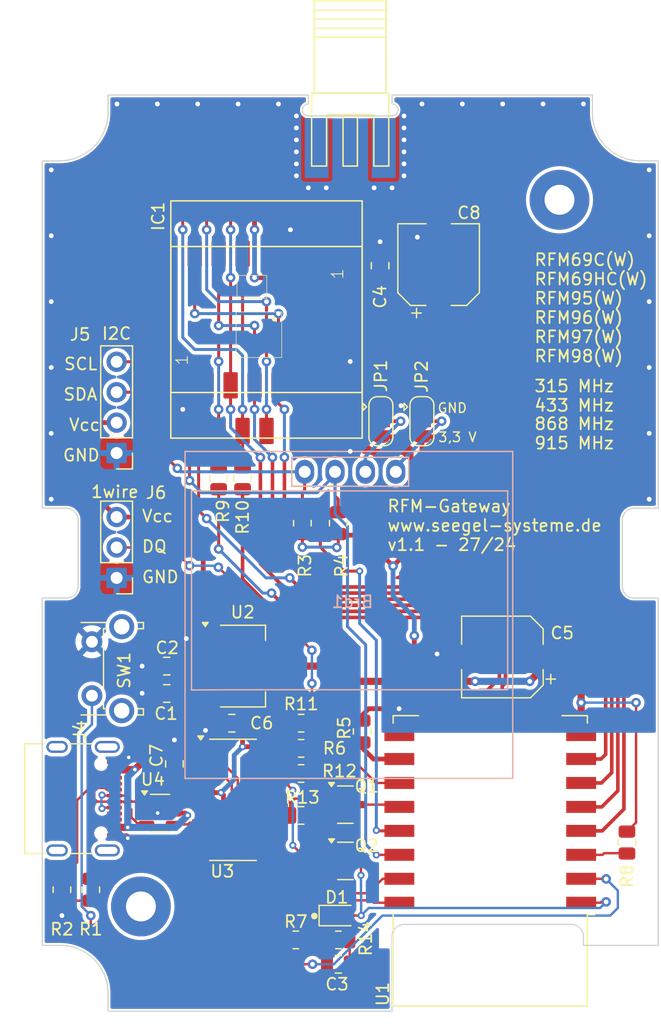
<source format=kicad_pcb>
(kicad_pcb (version 20240108) (generator "pcbnew") (generator_version "8.0")
  (layers (0 "F.Cu" signal) (31 "B.Cu" signal) (34 "B.Paste" user) (35 "F.Paste" user) (36 "B.SilkS" user "B.Silkscreen") (37 "F.SilkS" user "F.Silkscreen") (38 "B.Mask" user) (39 "F.Mask" user) (44 "Edge.Cuts" user))
  (net 0 "")
  (net 1 "/DIO0")
  (net 4 "/DIO2")
  (net 7 "Net-(U1-GPIO15)")
  (net 8 "Net-(U1-EN)")
  (net 9 "Net-(U1-GPIO9)")
  (net 10 "Net-(U1-GPIO10)")
  (net 11 "unconnected-(IC1-PadDIO1)")
  (net 12 "/DQ")
  (net 13 "Net-(J4-CC1)")
  (net 14 "GND")
  (net 15 "+5V")
  (net 16 "Net-(Q1-B)")
  (net 17 "Net-(J3-In)")
  (net 18 "/MISO")
  (net 19 "/MOSI")
  (net 20 "/SCK")
  (net 21 "/TXD")
  (net 22 "/RXD")
  (net 23 "/GP0")
  (net 24 "/RST")
  (net 25 "/NSS")
  (net 26 "/SDA")
  (net 27 "/SCL")
  (net 28 "+3.3V")
  (net 29 "Net-(Q1-E)")
  (net 31 "Net-(J4-CC2)")
  (net 33 "Net-(Q2-B)")
  (net 40 "Net-(Q2-E)")
  (net 42 "Net-(U3-UD+)")
  (net 43 "Net-(U3-UD-)")
  (net 45 "/ADC")
  (net 46 "Net-(Brd1-VCC)")
  (net 47 "Net-(Brd1-GND)")
  (net 49 "Net-(J4-D--PadA7)")
  (net 52 "Net-(J4-D+-PadA6)")
  (footprint "Resistor_SMD:R_0805_2012Metric" (layer "F.Cu") (at 116.9 117.3)
    (property "Reference" "R6")
    (property "Value" "10k")
  )
  (footprint "Package_TO_SOT_SMD:SOT-223-3_TabPin2" (layer "F.Cu") (at 112.009 110.434)
    (property "Reference" "U2")
    (property "Value" "AMS1117-3.3")
  )
  (footprint "Resistor_SMD:R_0805_2012Metric" (layer "F.Cu") (at 117 98.5 90)
    (property "Reference" "R3")
    (property "Value" "3k3")
  )
  (footprint "Connector_PinHeader_2.54mm:PinHeader_1x03_P2.54mm_Vertical" (layer "F.Cu") (at 101.468 103.068 180)
    (property "Reference" "J6")
    (property "Value" "Conn_01x03")
  )
  (footprint "Package_TO_SOT_SMD:SOT-23-6" (layer "F.Cu") (at 105.1 122.7)
    (property "Reference" "U4")
    (property "Value" "USBLC6-2SC6")
  )
  (footprint "Capacitor_SMD:C_0805_2012Metric" (layer "F.Cu") (at 111.1 115.2 180)
    (property "Reference" "C6")
    (property "Value" "100n")
  )
  (footprint "Diode_SMD:D_SOD-323" (layer "F.Cu") (at 120.01 131.262)
    (property "Reference" "D1")
    (property "Value" "1N4148WS")
  )
  (footprint "Resistor_SMD:R_0805_2012Metric" (layer "F.Cu") (at 110 94.75 -90)
    (property "Reference" "R9")
    (property "Value" "3k3")
  )
  (footprint "Resistor_SMD:R_0805_2012Metric" (layer "F.Cu") (at 112 94.75 -90)
    (property "Reference" "R10")
    (property "Value" "3k3")
  )
  (footprint "Capacitor_SMD:C_0805_2012Metric" (layer "F.Cu") (at 106.3 118.6 -90)
    (property "Reference" "C7")
    (property "Value" "100n")
  )
  (footprint "Capacitor_SMD:C_0805_2012Metric" (layer "F.Cu") (at 105.659 112.72 180)
    (property "Reference" "C1")
    (property "Value" "4µ7")
  )
  (footprint "Capacitor_SMD:C_0805_2012Metric" (layer "F.Cu") (at 123.5 77 90)
    (property "Reference" "C4")
    (property "Value" "4µ7")
  )
  (footprint "Jumper:SolderJumper-3_P1.3mm_Open_RoundedPad1.0x1.5mm" (layer "F.Cu") (at 123.566 89.987 -90)
    (property "Reference" "JP1")
    (property "Value" "SolderJumper_3_Open")
  )
  (footprint "Resistor_SMD:R_0805_2012Metric" (layer "F.Cu") (at 120.01 133.294 180)
    (property "Reference" "R14")
    (property "Value" "33k")
  )
  (footprint "Connector_PinHeader_2.54mm:PinHeader_1x04_P2.54mm_Vertical" (layer "F.Cu") (at 101.468 92.644 180)
    (property "Reference" "J5")
    (property "Value" "Conn_01x04")
  )
  (footprint "Resistor_SMD:R_0805_2012Metric" (layer "F.Cu") (at 116.9 122.9)
    (property "Reference" "R13")
    (property "Value" "10k")
  )
  (footprint "Package_TO_SOT_SMD:SOT-23" (layer "F.Cu") (at 120.6 122)
    (property "Reference" "Q1")
    (property "Value" "BC847")
  )
  (footprint "MountingHole:MountingHole_2.5mm_Pad" (layer "F.Cu") (at 103.5 130.5)
    (property "Reference" "H2" (hide yes))
    (property "Value" "MountingHole" (hide yes))
  )
  (footprint "Package_TO_SOT_SMD:SOT-23" (layer "F.Cu") (at 120.6 126.7)
    (property "Reference" "Q2")
    (property "Value" "BC847")
  )
  (footprint "MountingHole:MountingHole_2.5mm_Pad" (layer "F.Cu") (at 138.5 71.5)
    (property "Reference" "H1" (hide yes))
    (property "Value" "MountingHole" (hide yes))
  )
  (footprint "Capacitor_SMD:C_0805_2012Metric" (layer "F.Cu") (at 120.01 135.326 180)
    (property "Reference" "C3")
    (property "Value" "10µ")
  )
  (footprint "Connector_USB:USB_C_Receptacle_G-Switch_GT-USB-7010ASV" (layer "F.Cu") (at 97.565 121.5 -90)
    (property "Reference" "J4")
    (property "Value" "USB_C_Receptacle_USB2.0")
  )
  (footprint "RF_Module:ESP-12E" (layer "F.Cu") (at 132.71 126.69 180)
    (property "Reference" "U1")
    (property "Value" "ESP-12F")
  )
  (footprint "Resistor_SMD:R_0805_2012Metric" (layer "F.Cu") (at 116.9 115.2)
    (property "Reference" "R11")
    (property "Value" "3k3")
  )
  (footprint "Resistor_SMD:R_0805_2012Metric" (layer "F.Cu") (at 120 98.5 90)
    (property "Reference" "R4")
    (property "Value" "3k3")
  )
  (footprint "Resistor_SMD:R_0805_2012Metric" (layer "F.Cu") (at 96.896 129.103 -90)
    (property "Reference" "R2")
    (property "Value" "5k1")
  )
  (footprint "Capacitor_SMD:CP_Elec_6.3x5.4" (layer "F.Cu") (at 133.726 109.672 180)
    (property "Reference" "C5")
    (property "Value" "100µ")
  )
  (footprint "Button_Switch_THT:SW_Tactile_SPST_Angled_PTS645Vx39-2LFS" (layer "F.Cu") (at 99.4025 112.902 90)
    (property "Reference" "SW1")
    (property "Value" "RST/CONFIG")
  )
  (footprint "Package_SO:SOIC-16_3.9x9.9mm_P1.27mm" (layer "F.Cu") (at 111.2 121.6)
    (property "Reference" "U3")
    (property "Value" "CH340C")
  )
  (footprint "User:RFM69_9X" (layer "F.Cu") (at 114 80.86 90)
    (property "Reference" "IC1")
    (property "Value" "RFM69_9X")
  )
  (footprint "Resistor_SMD:R_0805_2012Metric" (layer "F.Cu") (at 116.9 119.4)
    (property "Reference" "R12")
    (property "Value" "10k")
  )
  (footprint "Resistor_SMD:R_0805_2012Metric" (layer "F.Cu") (at 99.309 129.103 -90)
    (property "Reference" "R1")
    (property "Value" "5k1")
  )
  (footprint "Jumper:SolderJumper-3_P1.3mm_Open_RoundedPad1.0x1.5mm" (layer "F.Cu") (at 126.995 89.987 -90)
    (property "Reference" "JP2")
    (property "Value" "SolderJumper_3_Open")
  )
  (footprint "Resistor_SMD:R_0805_2012Metric" (layer "F.Cu") (at 122 115.895 90)
    (property "Reference" "R5")
    (property "Value" "10k")
  )
  (footprint "Capacitor_SMD:CP_Elec_6.3x5.4" (layer "F.Cu") (at 128.392 76.912 90)
    (property "Reference" "C8")
    (property "Value" "100µ")
  )
  (footprint "Capacitor_SMD:C_0805_2012Metric" (layer "F.Cu") (at 105.659 110.434 180)
    (property "Reference" "C2")
    (property "Value" "4µ7")
  )
  (footprint "Resistor_SMD:R_0805_2012Metric" (layer "F.Cu") (at 144.14 125.166 -90)
    (property "Reference" "R8")
    (property "Value" "10k")
  )
  (footprint "Resistor_SMD:R_0805_2012Metric" (layer "F.Cu") (at 116.454 133.294)
    (property "Reference" "R7")
    (property "Value" "3k3")
  )
  (footprint "User:SMA_H" (layer "F.Cu") (at 121 68.68175 90)
    (property "Reference" "J3" (hide yes))
    (property "Value" "Conn_Coaxial" (hide yes))
  )
  (footprint "SSD1306:128x64OLED" (layer "B.Cu") (at 121.19 104.81 180)
    (property "Reference" "Brd1")
    (property "Value" "SSD1306")
  )
  (gr_circle (center 118 131.3) (end 118.2 131.3) (stroke (width 0.15)) (fill solid) (layer "F.SilkS"))
  (gr_line (start 95.25 133.75) (end 96.75 133.75) (stroke (width 0.1)) (layer "Edge.Cuts"))
  (gr_arc (start 98.25 103.75) (mid 97.957107 104.457107) (end 97.25 104.75) (stroke (width 0.1)) (layer "Edge.Cuts"))
  (gr_line (start 141.25 62.75) (end 141.25 64.25) (stroke (width 0.1)) (layer "Edge.Cuts"))
  (gr_line (start 143.75 103.75) (end 143.75 98.25) (stroke (width 0.1)) (layer "Edge.Cuts"))
  (gr_line (start 124.5 62.75) (end 124.5 63.5) (stroke (width 0.1)) (layer "Edge.Cuts"))
  (gr_line (start 98.25 103.75) (end 98.25 98.25) (stroke (width 0.1)) (layer "Edge.Cuts"))
  (gr_arc (start 143.75 98.25) (mid 144.042893 97.542893) (end 144.75 97.25) (stroke (width 0.1)) (layer "Edge.Cuts"))
  (gr_arc (start 145.25 68.25) (mid 142.421573 67.078427) (end 141.25 64.25) (stroke (width 0.1)) (layer "Edge.Cuts"))
  (gr_line (start 95.25 104.75) (end 95.25 133.75) (stroke (width 0.1)) (layer "Edge.Cuts"))
  (gr_line (start 124.5 139.25) (end 124.5 133) (stroke (width 0.1)) (layer "Edge.Cuts"))
  (gr_line (start 100.75 139.25) (end 100.75 137.75) (stroke (width 0.1)) (layer "Edge.Cuts"))
  (gr_arc (start 100.75 64.25) (mid 99.555774 67.056516) (end 96.749262 68.250752) (stroke (width 0.1)) (layer "Edge.Cuts"))
  (gr_line (start 140.5 133.75) (end 140.5 133) (stroke (width 0.1)) (layer "Edge.Cuts"))
  (gr_line (start 140.5 133.75) (end 146.75 133.75) (stroke (width 0.1)) (layer "Edge.Cuts"))
  (gr_arc (start 144.75 104.75) (mid 144.042893 104.457107) (end 143.75 103.75) (stroke (width 0.1)) (layer "Edge.Cuts"))
  (gr_arc (start 139.5 132) (mid 140.207107 132.292893) (end 140.5 133) (stroke (width 0.1)) (layer "Edge.Cuts"))
  (gr_line (start 117.5 64.5) (end 124.5 64.5) (stroke (width 0.1)) (layer "Edge.Cuts"))
  (gr_arc (start 97.25 97.25) (mid 97.957107 97.542893) (end 98.25 98.25) (stroke (width 0.1)) (layer "Edge.Cuts"))
  (gr_line (start 144.75 104.75) (end 146.75 104.75) (stroke (width 0.1)) (layer "Edge.Cuts"))
  (gr_line (start 97.25 104.75) (end 95.25 104.75) (stroke (width 0.1)) (layer "Edge.Cuts"))
  (gr_line (start 146.75 97.25) (end 144.75 97.25) (stroke (width 0.1)) (layer "Edge.Cuts"))
  (gr_line (start 100.75 62.75) (end 100.75 64.25) (stroke (width 0.1)) (layer "Edge.Cuts"))
  (gr_line (start 141.25 62.75) (end 124.5 62.75) (stroke (width 0.1)) (layer "Edge.Cuts"))
  (gr_line (start 100.75 139.25) (end 124.5 139.25) (stroke (width 0.1)) (layer "Edge.Cuts"))
  (gr_arc (start 124.5 133) (mid 124.792893 132.292893) (end 125.5 132) (stroke (width 0.1)) (layer "Edge.Cuts"))
  (gr_line (start 95.25 97.25) (end 95.25 68.25) (stroke (width 0.1)) (layer "Edge.Cuts"))
  (gr_arc (start 96.75 133.75) (mid 99.578427 134.921573) (end 100.75 137.75) (stroke (width 0.1)) (layer "Edge.Cuts"))
  (gr_line (start 95.25 68.25) (end 96.749262 68.250752) (stroke (width 0.1)) (layer "Edge.Cuts"))
  (gr_arc (start 117.5 64.5) (mid 117 64) (end 117.5 63.5) (stroke (width 0.1)) (layer "Edge.Cuts"))
  (gr_line (start 100.75 62.75) (end 117.5 62.75) (stroke (width 0.1)) (layer "Edge.Cuts"))
  (gr_line (start 145.25 68.25) (end 146.75 68.25) (stroke (width 0.1)) (layer "Edge.Cuts"))
  (gr_line (start 146.75 133.75) (end 146.75 104.75) (stroke (width 0.1)) (layer "Edge.Cuts"))
  (gr_line (start 146.75 68.25) (end 146.75 97.25) (stroke (width 0.1)) (layer "Edge.Cuts"))
  (gr_arc (start 124.5 63.5) (mid 125 64) (end 124.5 64.5) (stroke (width 0.1)) (layer "Edge.Cuts"))
  (gr_line (start 117.5 63.5) (end 117.5 62.75) (stroke (width 0.1)) (layer "Edge.Cuts"))
  (gr_line (start 125.5 132) (end 139.5 132) (stroke (width 0.1)) (layer "Edge.Cuts"))
  (gr_line (start 95.25 97.25) (end 97.25 97.25) (stroke (width 0.1)) (layer "Edge.Cuts"))
  (gr_text "GND" (at 103.5 103.576 0) (layer "F.SilkS") (effects (font (size 1 1)) (justify left bottom)))
  (gr_text "SDA" (at 99.944 88.336 0) (layer "F.SilkS") (effects (font (size 1 1)) (justify right bottom)))
  (gr_text "I2C" (at 101.468 83.256 0) (layer "F.SilkS") (effects (font (size 1 1)) (justify bottom)))
  (gr_text "DQ" (at 103.5 101.036 0) (layer "F.SilkS") (effects (font (size 1 1)) (justify left bottom)))
  (gr_text "315 MHz\n433 MHz" (at 136.3168 89.2504 0) (layer "F.SilkS") (effects (font (size 1 1)) (justify left bottom)))
  (gr_text "GND" (at 96.896 93.416 0) (layer "F.SilkS") (effects (font (size 1 1)) (justify left bottom)))
  (gr_text "868 MHz\n915 MHz" (at 136.3168 92.4 0) (layer "F.SilkS") (effects (font (size 1 1)) (justify left bottom)))
  (gr_text "RFM-Gateway\nwww.seegel-systeme.de\nv1.1 - 27/24" (at 124.0232 100.8836 0) (layer "F.SilkS") (effects (font (size 1 1)) (justify left bottom)))
  (gr_text "GND" (at 128.2396 89.352 0) (layer "F.SilkS") (effects (font (size 0.8 0.8) (thickness 0.12)) (justify left bottom)))
  (gr_text "SCL" (at 99.944 85.796 0) (layer "F.SilkS") (effects (font (size 1 1)) (justify right bottom)))
  (gr_text "3,3 V" (at 128.2904 91.7904 0) (layer "F.SilkS") (effects (font (size 0.8 0.8) (thickness 0.12)) (justify left bottom)))
  (gr_text "1wire" (at 99.25 96.464 0) (layer "F.SilkS") (effects (font (size 1 1)) (justify left bottom)))
  (gr_text "Vcc" (at 97.404 90.876 0) (layer "F.SilkS") (effects (font (size 1 1)) (justify left bottom)))
  (gr_text "RFM69C(W)\nRFM69HC(W)\nRFM95(W)\nRFM96(W)\nRFM97(W)\nRFM98(W)" (at 136.3216 85.1432 0) (layer "F.SilkS") (effects (font (size 1 1)) (justify left bottom)))
  (gr_text "Vcc" (at 103.5 98.496 0) (layer "F.SilkS") (effects (font (size 1 1)) (justify left bottom)))
  (segment (start 111 72.19) (end 111 74) (width 0.25) (layer "F.Cu") (net 1))
  (segment (start 111 78) (end 111 82.5) (width 0.25) (layer "F.Cu") (net 1))
  (segment (start 111 82.5) (end 110 83.5) (width 0.25) (layer "F.Cu") (net 1))
  (segment (start 110 83.5) (end 110 85) (width 0.25) (layer "F.Cu") (net 1))
  (segment (start 110 89) (end 110 90.8) (width 0.25) (layer "F.Cu") (net 1))
  (segment (start 110 90.8) (end 110 93.8375) (width 0.25) (layer "F.Cu") (net 1))
  (via (at 111 74) (size 0.8) (drill 0.4) (layers "F.Cu" "B.Cu") (net 1))
  (via (at 110 89) (size 0.8) (drill 0.4) (layers "F.Cu" "B.Cu") (net 1))
  (via (at 111 78) (size 0.8) (drill 0.4) (layers "F.Cu" "B.Cu") (net 1))
  (via (at 110 85) (size 0.8) (drill 0.4) (layers "F.Cu" "B.Cu") (net 1))
  (segment (start 111 74) (end 111 78) (width 0.25) (layer "B.Cu") (net 1))
  (segment (start 110 85) (end 110 89) (width 0.25) (layer "B.Cu") (net 1))
  (segment (start 107 74) (end 107 72.19) (width 0.25) (layer "F.Cu") (net 4))
  (segment (start 112 90.8) (end 112 89) (width 0.25) (layer "F.Cu") (net 4))
  (segment (start 112 90.8) (end 112 93.8375) (width 0.25) (layer "F.Cu") (net 4))
  (via (at 112 89) (size 0.8) (drill 0.4) (layers "F.Cu" "B.Cu") (net 4))
  (via (at 107 74) (size 0.8) (drill 0.4) (layers "F.Cu" "B.Cu") (net 4))
  (segment (start 112 84.5) (end 111.5 84) (width 0.25) (layer "B.Cu") (net 4))
  (segment (start 108 84) (end 107 83) (width 0.25) (layer "B.Cu") (net 4))
  (segment (start 107 83) (end 107 74) (width 0.25) (layer "B.Cu") (net 4))
  (segment (start 111.5 84) (end 108 84) (width 0.25) (layer "B.Cu") (net 4))
  (segment (start 112 89) (end 112 84.5) (width 0.25) (layer "B.Cu") (net 4))
  (segment (start 122.94 118.19) (end 125.11 118.19) (width 0.4) (layer "F.Cu") (net 7))
  (segment (start 122 116.8075) (end 122 117.25) (width 0.4) (layer "F.Cu") (net 7))
  (segment (start 122 117.25) (end 122.94 118.19) (width 0.4) (layer "F.Cu") (net 7))
  (segment (start 142.235 126.055) (end 144.1165 126.055) (width 0.2) (layer "F.Cu") (net 8))
  (segment (start 142.1 126.19) (end 142.235 126.055) (width 0.2) (layer "F.Cu") (net 8))
  (segment (start 140.31 126.19) (end 142.1 126.19) (width 0.2) (layer "F.Cu") (net 8))
  (segment (start 144.1165 126.055) (end 144.14 126.0785) (width 0.2) (layer "F.Cu") (net 8))
  (segment (start 133.98 108.402) (end 132.964 107.386) (width 0.3) (layer "F.Cu") (net 9))
  (segment (start 133.98 111.847) (end 133.98 108.402) (width 0.3) (layer "F.Cu") (net 9))
  (segment (start 133.71 114.69) (end 133.71 112.117) (width 0.3) (layer "F.Cu") (net 9))
  (segment (start 110 95.6625) (end 110 100.655) (width 0.25) (layer "F.Cu") (net 9))
  (segment (start 129.408 105.862) (end 115.946 105.862) (width 0.3) (layer "F.Cu") (net 9))
  (segment (start 132.964 107.386) (end 130.932 107.386) (width 0.3) (layer "F.Cu") (net 9))
  (segment (start 115.946 105.862) (end 114.422 104.338) (width 0.3) (layer "F.Cu") (net 9))
  (segment (start 133.71 112.117) (end 133.98 111.847) (width 0.3) (layer "F.Cu") (net 9))
  (segment (start 130.932 107.386) (end 129.408 105.862) (width 0.3) (layer "F.Cu") (net 9))
  (via (at 110 100.655) (size 0.8) (drill 0.4) (layers "F.Cu" "B.Cu") (net 9))
  (via (at 114.422 104.338) (size 0.8) (drill 0.4) (layers "F.Cu" "B.Cu") (net 9))
  (segment (start 113.683 104.338) (end 114.422 104.338) (width 0.25) (layer "B.Cu") (net 9))
  (segment (start 110 100.655) (end 113.683 104.338) (width 0.25) (layer "B.Cu") (net 9))
  (segment (start 133.472 111.45) (end 131.71 113.212) (width 0.3) (layer "F.Cu") (net 10))
  (segment (start 112 95.6625) (end 112 103.186) (width 0.3) (layer "F.Cu") (net 10))
  (segment (start 130.678 107.894) (end 132.71 107.894) (width 0.3) (layer "F.Cu") (net 10))
  (segment (start 133.472 108.656) (end 133.472 111.45) (width 0.3) (layer "F.Cu") (net 10))
  (segment (start 112 103.186) (end 115.184 106.37) (width 0.3) (layer "F.Cu") (net 10))
  (segment (start 129.154 106.37) (end 130.678 107.894) (width 0.3) (layer "F.Cu") (net 10))
  (segment (start 132.71 107.894) (end 133.472 108.656) (width 0.3) (layer "F.Cu") (net 10))
  (segment (start 131.71 113.212) (end 131.71 114.69) (width 0.3) (layer "F.Cu") (net 10))
  (segment (start 115.184 106.37) (end 129.154 106.37) (width 0.3) (layer "F.Cu") (net 10))
  (segment (start 109 72.19) (end 109 74) (width 0.25) (layer "F.Cu") (net 11))
  (segment (start 114 89) (end 114 90.8) (width 0.25) (layer "F.Cu") (net 11))
  (segment (start 114 80) (end 114 85) (width 0.25) (layer "F.Cu") (net 11))
  (via (at 114 80) (size 0.8) (drill 0.4) (layers "F.Cu" "B.Cu") (net 11))
  (via (at 114 89) (size 0.8) (drill 0.4) (layers "F.Cu" "B.Cu") (net 11))
  (via (at 114 85) (size 0.8) (drill 0.4) (layers "F.Cu" "B.Cu") (net 11))
  (via (at 109 74) (size 0.8) (drill 0.4) (layers "F.Cu" "B.Cu") (net 11))
  (segment (start 109 79) (end 109 74) (width 0.25) (layer "B.Cu") (net 11))
  (segment (start 110 80) (end 109 79) (width 0.25) (layer "B.Cu") (net 11))
  (segment (start 114 85) (end 114 89) (width 0.25) (layer "B.Cu") (net 11))
  (segment (start 114 80) (end 110 80) (width 0.25) (layer "B.Cu") (net 11))
  (segment (start 106.04 100.528) (end 101.468 100.528) (width 0.2) (layer "F.Cu") (net 12))
  (segment (start 118.172 115.2) (end 117.8125 115.2) (width 0.2) (layer "F.Cu") (net 12))
  (segment (start 123.162 120.19) (end 118.172 115.2) (width 0.2) (layer "F.Cu") (net 12))
  (segment (start 115.987 107.3) (end 117.7935 109.1065) (width 0.2) (layer "F.Cu") (net 12))
  (segment (start 107.564 102.052) (end 106.04 100.528) (width 0.2) (layer "F.Cu") (net 12))
  (segment (start 117.8 111.882) (end 117.8 115.1875) (width 0.2) (layer "F.Cu") (net 12))
  (segment (start 109.977 102.179) (end 115.098 107.3) (width 0.2) (layer "F.Cu") (net 12))
  (segment (start 115.098 107.3) (end 115.987 107.3) (width 0.2) (layer "F.Cu") (net 12))
  (segment (start 117.8 115.1875) (end 117.8125 115.2) (width 0.2) (layer "F.Cu") (net 12))
  (segment (start 125.11 120.19) (end 123.162 120.19) (width 0.2) (layer "F.Cu") (net 12))
  (via (at 117.8 111.882) (size 0.8) (drill 0.4) (layers "F.Cu" "B.Cu") (net 12))
  (via (at 117.7935 109.1065) (size 0.8) (drill 0.4) (layers "F.Cu" "B.Cu") (net 12))
  (via (at 109.977 102.179) (size 0.8) (drill 0.4) (layers "F.Cu" "B.Cu") (net 12))
  (via (at 107.564 102.052) (size 0.8) (drill 0.4) (layers "F.Cu" "B.Cu") (net 12))
  (segment (start 107.564 102.052) (end 109.85 102.052) (width 0.2) (layer "B.Cu") (net 12))
  (segment (start 117.8 109.113) (end 117.8 111.882) (width 0.2) (layer "B.Cu") (net 12))
  (segment (start 109.85 102.052) (end 109.977 102.179) (width 0.2) (layer "B.Cu") (net 12))
  (segment (start 117.7935 109.1065) (end 117.8 109.113) (width 0.2) (layer "B.Cu") (net 12))
  (segment (start 99.55 120.25) (end 98.166 121.634) (width 0.2) (layer "F.Cu") (net 13))
  (segment (start 98.166 121.634) (end 98.166 126.817) (width 0.2) (layer "F.Cu") (net 13))
  (segment (start 98.166 126.817) (end 96.896 128.087) (width 0.2) (layer "F.Cu") (net 13))
  (segment (start 101.29 120.25) (end 99.55 120.25) (width 0.2) (layer "F.Cu") (net 13))
  (segment (start 96.896 128.087) (end 96.896 128.1905) (width 0.2) (layer "F.Cu") (net 13))
  (segment (start 123.5 76.05) (end 123.5 75) (width 0.25) (layer "F.Cu") (net 14))
  (segment (start 108.9 115.8) (end 109.5 115.2) (width 0.4) (layer "F.Cu") (net 14))
  (segment (start 122.55 113.99) (end 122 114.54) (width 0.4) (layer "F.Cu") (net 14))
  (segment (start 125.09 113.99) (end 125.11 114.01) (width 0.6) (layer "F.Cu") (net 14))
  (segment (start 106.3 116.6) (end 106.3 117.65) (width 0.4) (layer "F.Cu") (net 14))
  (segment (start 127.122 74.112) (end 126.614 74.62) (width 0.4) (layer "F.Cu") (net 14))
  (segment (start 120 90.8) (end 120 89.5) (width 1) (layer "F.Cu") (net 14))
  (segment (start 122 114.54) (end 122 114.9825) (width 0.4) (layer "F.Cu") (net 14))
  (segment (start 128.392 74.112) (end 127.122 74.112) (width 0.4) (layer "F.Cu") (net 14))
  (segment (start 108.725 115.975) (end 108.725 117.155) (width 0.4) (layer "F.Cu") (net 14))
  (segment (start 108.9 115.8) (end 108.725 115.975) (width 0.4) (layer "F.Cu") (net 14))
  (segment (start 126.995 88.687) (end 125.247 88.687) (width 0.3) (layer "F.Cu") (net 14))
  (segment (start 99.309 130.0155) (end 96.896 130.0155) (width 0.2) (layer "F.Cu") (net 14))
  (segment (start 128.265 109.418) (end 128.519 109.672) (width 0.6) (layer "F.Cu") (net 14))
  (segment (start 96.896 131.262) (end 96.896 130.0155) (width 0.2) (layer "F.Cu") (net 14))
  (segment (start 103.6 110.434) (end 104.709 110.434) (width 0.6) (layer "F.Cu") (net 14))
  (segment (start 102.484 118.054) (end 102.238 118.3) (width 0.6) (layer "F.Cu") (net 14))
  (segment (start 103.6 112.7) (end 103.62 112.72) (width 0.6) (layer "F.Cu") (net 14))
  (segment (start 120 91.5) (end 121 92.5) (width 1) (layer "F.Cu") (net 14))
  (segment (start 103.9625 122.7) (end 105 122.7) (width 0.4) (layer "F.Cu") (net 14))
  (segment (start 102.238 118.3) (end 101.29 118.3) (width 0.6) (layer "F.Cu") (net 14))
  (segment (start 102.3 124.7) (end 101.29 124.7) (width 0.6) (layer "F.Cu") (net 14))
  (segment (start 123.566 88.687) (end 125.2378 88.687) (width 0.3) (layer "F.Cu") (net 14))
  (segment (start 128.519 109.672) (end 130.926 109.672) (width 0.6) (layer "F.Cu") (net 14))
  (segment (start 119 72.19) (end 119 70.5) (width 1) (layer "F.Cu") (net 14))
  (segment (start 125.247 88.687) (end 125.2424 88.6916) (width 0.3) (layer "F.Cu") (net 14))
  (segment (start 125.11 114.01) (end 125.11 116.19) (width 0.6) (layer "F.Cu") (net 14))
  (segment (start 102.4 124.8) (end 102.3 124.7) (width 0.6) (layer "F.Cu") (net 14))
  (segment (start 107 86.99) (end 107 89) (width 0.25) (layer "F.Cu") (net 14))
  (segment (start 109.5 115.2) (end 110.15 115.2) (width 0.4) (layer "F.Cu") (net 14))
  (segment (start 121 88.5) (end 121 86.99) (width 1) (layer "F.Cu") (net 14))
  (segment (start 116 76) (end 116 74) (width 1) (layer "F.Cu") (net 14))
  (segment (start 121 86.99) (end 121 85) (width 1) (layer "F.Cu") (net 14))
  (segment (start 107.3 108.134) (end 108.845 108.134) (width 0.6) (layer "F.Cu") (net 14))
  (segment (start 103.62 112.72) (end 104.7725 112.72) (width 0.6) (layer "F.Cu") (net 14))
  (segment (start 125.2378 88.687) (end 125.2424 88.6916) (width 0.3) (layer "F.Cu") (net 14))
  (segment (start 120 89.5) (end 121 88.5) (width 1) (layer "F.Cu") (net 14))
  (segment (start 125.09 113.99) (end 122.55 113.99) (width 0.4) (layer "F.Cu") (net 14))
  (segment (start 120 90.8) (end 120 91.5) (width 1) (layer "F.Cu") (net 14))
  (via (at 133.75 63.5) (size 0.8) (drill 0.4) (layers "F.Cu" "B.Cu") (net 14))
  (via (at 146 91) (size 0.8) (drill 0.4) (layers "F.Cu" "B.Cu") (net 14))
  (via (at 116.5 67.5) (size 0.8) (drill 0.4) (layers "F.Cu" "B.Cu") (net 14))
  (via (at 125.5 69.5) (size 0.8) (drill 0.4) (layers "F.Cu" "B.Cu") (net 14))
  (via (at 125.09 113.99) (size 0.8) (drill 0.4) (layers "F.Cu" "B.Cu") (net 14))
  (via (at 101.5 63.5) (size 0.8) (drill 0.4) (layers "F.Cu" "B.Cu") (net 14))
  (via (at 130.375 63.5) (size 0.8) (drill 0.4) (layers "F.Cu" "B.Cu") (net 14))
  (via (at 124.5 70.5) (size 0.8) (drill 0.4) (layers "F.Cu" "B.Cu") (net 14))
  (via (at 116.5 64.5) (size 0.8) (drill 0.4) (layers "F.Cu" "B.Cu") (net 14))
  (via (at 104.875 63.5) (size 0.8) (drill 0.4) (layers "F.Cu" "B.Cu") (net 14))
  (via (at 121 85) (size 0.8) (drill 0.4) (layers "F.Cu" "B.Cu") (net 14))
  (via (at 102.4 124.8) (size 0.6) (drill 0.3) (layers "F.Cu" "B.Cu") (net 14))
  (via (at 119 70.5) (size 0.8) (drill 0.4) (layers "F.Cu" "B.Cu") (net 14))
  (via (at 108.25 63.5) (size 0.8) (drill 0.4) (layers "F.Cu" "B.Cu") (net 14))
  (via (at 117.5 70.5) (size 0.8) (drill 0.4) (layers "F.Cu" "B.Cu") (net 14))
  (via (at 125.2424 88.6916) (size 0.8) (drill 0.4) (layers "F.Cu" "B.Cu") (net 14))
  (via (at 96 91) (size 0.8) (drill 0.4) (layers "F.Cu" "B.Cu") (net 14))
  (via (at 103.6 112.7) (size 0.8) (drill 0.4) (layers "F.Cu" "B.Cu") (net 14))
  (via (at 115 63.5) (size 0.8) (drill 0.4) (layers "F.Cu" "B.Cu") (net 14))
  (via (at 111.625 63.5) (size 0.8) (drill 0.4) (layers "F.Cu" "B.Cu") (net 14))
  (via (at 140.5 63.5) (size 0.8) (drill 0.4) (layers "F.Cu" "B.Cu") (net 14))
  (via (at 146 85.5) (size 0.8) (drill 0.4) (layers "F.Cu" "B.Cu") (net 14))
  (via (at 107 89) (size 0.8) (drill 0.4) (layers "F.Cu" "B.Cu") (net 14))
  (via (at 146 69) (size 0.8) (drill 0.4) (layers "F.Cu" "B.Cu") (net 14))
  (via (at 116.5 65.5) (size 0.8) (drill 0.4) (layers "F.Cu" "B.Cu") (net 14))
  (via (at 96 80) (size 0.8) (drill 0.4) (layers "F.Cu" "B.Cu") (net 14))
  (via (at 96 74.5) (size 0.8) (drill 0.4) (layers "F.Cu" "B.Cu") (net 14))
  (via (at 106.3 116.6) (size 0.8) (drill 0.4) (layers "F.Cu" "B.Cu") (net 14))
  (via (at 116.5 68.5) (size 0.8) (drill 0.4) (layers "F.Cu" "B.Cu") (net 14))
  (via (at 125.5 68.5) (size 0.8) (drill 0.4) (layers "F.Cu" "B.Cu") (net 14))
  (via (at 125.5 64.5) (size 0.8) (drill 0.4) (layers "F.Cu" "B.Cu") (net 14))
  (via (at 104.9 122.7) (size 0.6) (drill 0.3) (layers "F.Cu" "B.Cu") (net 14))
  (via (at 125.5 66.5) (size 0.8) (drill 0.4) (layers "F.Cu" "B.Cu") (net 14))
  (via (at 125.5 65.5) (size 0.8) (drill 0.4) (layers "F.Cu" "B.Cu") (net 14))
  (via (at 108.9 115.8) (size 0.8) (drill 0.4) (layers "F.Cu" "B.Cu") (net 14))
  (via (at 116.5 66.5) (size 0.8) (drill 0.4) (layers "F.Cu" "B.Cu") (net 14))
  (via (at 116 74) (size 0.8) (drill 0.4) (layers "F.Cu" "B.Cu") (net 14))
  (via (at 123 70.5) (size 0.8) (drill 0.4) (layers "F.Cu" "B.Cu") (net 14))
  (via (at 128.265 109.418) (size 0.8) (drill 0.4) (layers "F.Cu" "B.Cu") (net 14))
  (via (at 146 80) (size 0.8) (drill 0.4) (layers "F.Cu" "B.Cu") (net 14))
  (via (at 103.6 110.434) (size 0.8) (drill 0.4) (layers "F.Cu" "B.Cu") (net 14))
  (via (at 146 74.5) (size 0.8) (drill 0.4) (layers "F.Cu" "B.Cu") (net 14))
  (via (at 146 96.5) (size 0.8) (drill 0.4) (layers "F.Cu" "B.Cu") (net 14))
  (via (at 96 96.5) (size 0.8) (drill 0.4) (layers "F.Cu" "B.Cu") (net 14))
  (via (at 137.125 63.5) (size 0.8) (drill 0.4) (layers "F.Cu" "B.Cu") (net 14))
  (via (at 116.5 69.5) (size 0.8) (drill 0.4) (layers "F.Cu" "B.Cu") (net 14))
  (via (at 126.614 74.62) (size 0.8) (drill 0.4) (layers "F.Cu" "B.Cu") (net 14))
  (via (at 96 69) (size 0.8) (drill 0.4) (layers "F.Cu" "B.Cu") (net 14))
  (via (at 96 85.5) (size 0.8) (drill 0.4) (layers "F.Cu" "B.Cu") (net 14))
  (via (at 121 92.5) (size 0.8) (drill 0.4) (layers "F.Cu" "B.Cu") (net 14))
  (via (at 102.484 118.054) (size 0.6) (drill 0.3) (layers "F.Cu" "B.Cu") (net 14))
  (via (at 127 63.5) (size 0.8) (drill 0.4) (layers "F.Cu" "B.Cu") (net 14))
  (via (at 125.5 67.5) (size 0.8) (drill 0.4) (layers "F.Cu" "B.Cu") (net 14))
  (via (at 107.3 108.134) (size 0.8) (drill 0.4) (layers "F.Cu" "B.Cu") (net 14))
  (via (at 96.896 131.262) (size 0.8) (drill 0.4) (layers "F.Cu" "B.Cu") (net 14))
  (via (at 123.5 75) (size 0.8) (drill 0.4) (layers "F.Cu" "B.Cu") (net 14))
  (segment (start 103.5 118.562) (end 102.992 119.07) (width 0.6) (layer "F.Cu") (net 15))
  (segment (start 103.5 116.5) (end 103.5 118.562) (width 0.6) (layer "F.Cu") (net 15))
  (segment (start 106.609 113.391) (end 103.5 116.5) (width 0.6) (layer "F.Cu") (net 15))
  (segment (start 106.609 112.72) (end 106.609 113.391) (width 0.6) (layer "F.Cu") (net 15))
  (segment (start 106.609 112.72) (end 108.845 112.72) (width 0.6) (layer "F.Cu") (net 15))
  (segment (start 102.2 119.1) (end 101.29 119.1) (width 0.6) (layer "F.Cu") (net 15))
  (segment (start 106.2375 122.7) (end 107.2 122.7) (width 0.4) (layer "F.Cu") (net 15))
  (segment (start 102.23 119.07) (end 102.2 119.1) (width 0.6) (layer "F.Cu") (net 15))
  (segment (start 107.2 122.7) (end 107.4 122.9) (width 0.4) (layer "F.Cu") (net 15))
  (segment (start 102.4 123.9) (end 101.29 123.9) (width 0.6) (layer "F.Cu") (net 15))
  (segment (start 108.845 112.72) (end 108.859 112.734) (width 0.6) (layer "F.Cu") (net 15))
  (segment (start 102.992 119.07) (end 102.23 119.07) (width 0.6) (layer "F.Cu") (net 15))
  (via (at 102.992 119.07) (size 0.6) (drill 0.3) (layers "F.Cu" "B.Cu") (net 15))
  (via (at 107.4 122.9) (size 0.6) (drill 0.3) (layers "F.Cu" "B.Cu") (net 15))
  (via (at 102.4 123.9) (size 0.6) (drill 0.3) (layers "F.Cu" "B.Cu") (net 15))
  (segment (start 102.4 119.662) (end 102.992 119.07) (width 0.6) (layer "B.Cu") (net 15))
  (segment (start 102.4 123.9) (end 106.4 123.9) (width 0.6) (layer "B.Cu") (net 15))
  (segment (start 102.4 123.9) (end 102.4 119.662) (width 0.6) (layer "B.Cu") (net 15))
  (segment (start 106.4 123.9) (end 107.4 122.9) (width 0.6) (layer "B.Cu") (net 15))
  (segment (start 119.1 119.4) (end 119.6625 119.9625) (width 0.2) (layer "F.Cu") (net 16))
  (segment (start 117.8125 119.4) (end 119.1 119.4) (width 0.2) (layer "F.Cu") (net 16))
  (segment (start 119.6625 119.9625) (end 119.6625 121.05) (width 0.2) (layer "F.Cu") (net 16))
  (segment (start 120 75) (end 121 74) (width 1) (layer "F.Cu") (net 17))
  (segment (start 120 76) (end 120 75) (width 1) (layer "F.Cu") (net 17))
  (segment (start 121 74) (end 121 72.19) (width 1) (layer "F.Cu") (net 17))
  (segment (start 121 72.19) (end 121 67.18175) (width 1) (layer "F.Cu") (net 17))
  (segment (start 142.87 109.164) (end 142.87 119.324) (width 0.3) (layer "F.Cu") (net 18))
  (segment (start 142.004 120.19) (end 140.31 120.19) (width 0.3) (layer "F.Cu") (net 18))
  (segment (start 109 88.5) (end 108 89.5) (width 0.25) (layer "F.Cu") (net 18))
  (segment (start 140.076 106.37) (end 142.87 109.164) (width 0.3) (layer "F.Cu") (net 18))
  (segment (start 115.946 103.068) (end 117.724 104.846) (width 0.3) (layer "F.Cu") (net 18))
  (segment (start 131.44 106.37) (end 140.076 106.37) (width 0.3) (layer "F.Cu") (net 18))
  (segment (start 117.724 104.846) (end 129.916 104.846) (width 0.3) (layer "F.Cu") (net 18))
  (segment (start 108.326 97.441) (end 108.326 92.4) (width 0.25) (layer "F.Cu") (net 18))
  (segment (start 142.87 119.324) (end 142.004 120.19) (width 0.3) (layer "F.Cu") (net 18))
  (segment (start 129.916 104.846) (end 131.44 106.37) (width 0.3) (layer "F.Cu") (net 18))
  (segment (start 108 89.5) (end 108 90.8) (width 0.25) (layer "F.Cu") (net 18))
  (segment (start 108.326 92.4) (end 108 92.074) (width 0.25) (layer "F.Cu") (net 18))
  (segment (start 108 92.074) (end 108 90.8) (width 0.25) (layer "F.Cu") (net 18))
  (segment (start 109 98.115) (end 108.326 97.441) (width 0.25) (layer "F.Cu") (net 18))
  (segment (start 109 86.99) (end 109 88.5) (width 0.25) (layer "F.Cu") (net 18))
  (via (at 115.946 103.068) (size 0.8) (drill 0.4) (layers "F.Cu" "B.Cu") (net 18))
  (via (at 109 98.115) (size 0.8) (drill 0.4) (layers "F.Cu" "B.Cu") (net 18))
  (segment (start 109 98.115) (end 113.953 103.068) (width 0.25) (layer "B.Cu") (net 18))
  (segment (start 113.953 103.068) (end 115.946 103.068) (width 0.25) (layer "B.Cu") (net 18))
  (segment (start 113.487701 101.879701) (end 116.962 105.354) (width 0.3) (layer "F.Cu") (net 19))
  (segment (start 139.822 106.878) (end 142.362 109.418) (width 0.3) (layer "F.Cu") (net 19))
  (segment (start 129.662 105.354) (end 131.186 106.878) (width 0.3) (layer "F.Cu") (net 19))
  (segment (start 116.962 105.354) (end 129.662 105.354) (width 0.3) (layer "F.Cu") (net 19))
  (segment (start 141.972 118.19) (end 140.31 118.19) (width 0.3) (layer "F.Cu") (net 19))
  (segment (start 142.362 117.8) (end 141.972 118.19) (width 0.3) (layer "F.Cu") (net 19))
  (segment (start 112 76) (end 112 82.5) (width 0.25) (layer "F.Cu") (net 19))
  (segment (start 111 83.5) (end 111 86.99) (width 0.25) (layer "F.Cu") (net 19))
  (segment (start 112 82.5) (end 111 83.5) (width 0.25) (layer "F.Cu") (net 19))
  (segment (start 111 86.99) (end 111 89) (width 0.25) (layer "F.Cu") (net 19))
  (segment (start 131.186 106.878) (end 139.822 106.878) (width 0.3) (layer "F.Cu") (net 19))
  (segment (start 113.487701 93.012299) (end 113.487701 101.879701) (width 0.3) (layer "F.Cu") (net 19))
  (segment (start 142.362 109.418) (end 142.362 117.8) (width 0.3) (layer "F.Cu") (net 19))
  (via (at 111 89) (size 0.8) (drill 0.4) (layers "F.Cu" "B.Cu") (net 19))
  (via (at 113.487701 93.012299) (size 0.8) (drill 0.4) (layers "F.Cu" "B.Cu") (net 19))
  (segment (start 111 90.524598) (end 113.487701 93.012299) (width 0.25) (layer "B.Cu") (net 19))
  (segment (start 111 89) (end 111 90.524598) (width 0.25) (layer "B.Cu") (net 19))
  (segment (start 113 86.99) (end 113 89) (width 0.25) (layer "F.Cu") (net 20))
  (segment (start 131.694 105.862) (end 140.33 105.862) (width 0.3) (layer "F.Cu") (net 20))
  (segment (start 113 82) (end 113 86.99) (width 0.25) (layer "F.Cu") (net 20))
  (segment (start 114.5 93) (end 114.5 100.5) (width 0.3) (layer "F.Cu") (net 20))
  (segment (start 142.036 122.19) (end 140.31 122.19) (width 0.3) (layer "F.Cu") (net 20))
  (segment (start 110 76) (end 110 82) (width 0.25) (layer "F.Cu") (net 20))
  (segment (start 143.378 120.848) (end 142.036 122.19) (width 0.3) (layer "F.Cu") (net 20))
  (segment (start 118.338 104.338) (end 130.17 104.338) (width 0.3) (layer "F.Cu") (net 20))
  (segment (start 143.378 108.91) (end 143.378 120.848) (width 0.3) (layer "F.Cu") (net 20))
  (segment (start 114.5 100.5) (end 118.338 104.338) (width 0.3) (layer "F.Cu") (net 20))
  (segment (start 140.33 105.862) (end 143.378 108.91) (width 0.3) (layer "F.Cu") (net 20))
  (segment (start 130.17 104.338) (end 131.694 105.862) (width 0.3) (layer "F.Cu") (net 20))
  (via (at 110 82) (size 0.8) (drill 0.4) (layers "F.Cu" "B.Cu") (net 20))
  (via (at 113 82) (size 0.8) (drill 0.4) (layers "F.Cu" "B.Cu") (net 20))
  (via (at 113 89) (size 0.8) (drill 0.4) (layers "F.Cu" "B.Cu") (net 20))
  (via (at 114.5 93) (size 0.8) (drill 0.4) (layers "F.Cu" "B.Cu") (net 20))
  (segment (start 113 91.5) (end 114.5 93) (width 0.25) (layer "B.Cu") (net 20))
  (segment (start 113 82) (end 110 82) (width 0.25) (layer "B.Cu") (net 20))
  (segment (start 113 89) (end 113 91.5) (width 0.25) (layer "B.Cu") (net 20))
  (segment (start 122.792 129.992) (end 112.219368 129.992) (width 0.2) (layer "F.Cu") (net 21))
  (segment (start 111.1 120.3) (end 110.495 119.695) (width 0.2) (layer "F.Cu") (net 21))
  (segment (start 112.219368 129.992) (end 111.1 128.872632) (width 0.2) (layer "F.Cu") (net 21))
  (segment (start 110.495 119.695) (end 108.725 119.695) (width 0.2) (layer "F.Cu") (net 21))
  (segment (start 125.11 130.19) (end 122.99 130.19) (width 0.2) (layer "F.Cu") (net 21))
  (segment (start 111.1 128.872632) (end 111.1 120.3) (width 0.2) (layer "F.Cu") (net 21))
  (segment (start 122.99 130.19) (end 122.792 129.992) (width 0.2) (layer "F.Cu") (net 21))
  (segment (start 111.6 128.6) (end 112.4 129.4) (width 0.2) (layer "F.Cu") (net 22))
  (segment (start 112.4 129.4) (end 122.5 129.4) (width 0.2) (layer "F.Cu") (net 22))
  (segment (start 111.6 119.8) (end 111.6 128.6) (width 0.2) (layer "F.Cu") (net 22))
  (segment (start 122.5 129.4) (end 123.71 128.19) (width 0.2) (layer "F.Cu") (net 22))
  (segment (start 110.225 118.425) (end 111.6 119.8) (width 0.2) (layer "F.Cu") (net 22))
  (segment (start 123.71 128.19) (end 125.11 128.19) (width 0.2) (layer "F.Cu") (net 22))
  (segment (start 108.725 118.425) (end 110.225 118.425) (width 0.2) (layer "F.Cu") (net 22))
  (segment (start 117.8125 117.3) (end 118.9075 117.3) (width 0.2) (layer "F.Cu") (net 23))
  (segment (start 118.9075 117.3) (end 121.5 119.8925) (width 0.2) (layer "F.Cu") (net 23))
  (segment (start 121.5 119.8925) (end 121.5 121.9625) (width 0.2) (layer "F.Cu") (net 23))
  (segment (start 124.92 122) (end 125.11 122.19) (width 0.2) (layer "F.Cu") (net 23))
  (segment (start 121.5 121.9625) (end 121.5375 122) (width 0.2) (layer "F.Cu") (net 23))
  (segment (start 121.5375 122) (end 124.92 122) (width 0.2) (layer "F.Cu") (net 23))
  (segment (start 121.9 127.0625) (end 121.5375 126.7) (width 0.2) (layer "F.Cu") (net 24))
  (segment (start 141.981 130.119) (end 141.91 130.19) (width 0.2) (layer "F.Cu") (net 24))
  (segment (start 120.96 133.3315) (end 120.9225 133.294) (width 0.2) (layer "F.Cu") (net 24))
  (segment (start 121.9 127.9) (end 121.9 127.0625) (width 0.2) (layer "F.Cu") (net 24))
  (segment (start 141.91 130.19) (end 140.31 130.19) (width 0.2) (layer "F.Cu") (net 24))
  (segment (start 120.96 135.326) (end 120.96 133.3315) (width 0.2) (layer "F.Cu") (net 24))
  (segment (start 120.9225 133.294) (end 120.9225 131.3995) (width 0.2) (layer "F.Cu") (net 24))
  (segment (start 120.9225 131.3995) (end 121.06 131.262) (width 0.2) (layer "F.Cu") (net 24))
  (segment (start 142.4 130.119) (end 141.981 130.119) (width 0.2) (layer "F.Cu") (net 24))
  (segment (start 121.915 131.262) (end 121.06 131.262) (width 0.2) (layer "F.Cu") (net 24))
  (via (at 121.915 131.262) (size 0.6) (drill 0.3) (layers "F.Cu" "B.Cu") (net 24))
  (via (at 142.4 130.119) (size 0.8) (drill 0.4) (layers "F.Cu" "B.Cu") (net 24))
  (via (at 121.9 127.9) (size 0.6) (drill 0.3) (layers "F.Cu" "B.Cu") (net 24))
  (segment (start 141.892 130.627) (end 122.55 130.627) (width 0.2) (layer "B.Cu") (net 24))
  (segment (start 142.4 130.119) (end 141.892 130.627) (width 0.2) (layer "B.Cu") (net 24))
  (segment (start 122.55 130.627) (end 121.915 131.262) (width 0.2) (layer "B.Cu") (net 24))
  (segment (start 121.915 129.611) (end 121.915 131.262) (width 0.2) (layer "B.Cu") (net 24))
  (segment (start 121.9 127.9) (end 121.9 129.596) (width 0.2) (layer "B.Cu") (net 24))
  (segment (start 121.9 129.596) (end 121.915 129.611) (width 0.2) (layer "B.Cu") (net 24))
  (segment (start 143.886 108.656) (end 143.886 122.372) (width 0.3) (layer "F.Cu") (net 25))
  (segment (start 115 81) (end 115 86.99) (width 0.25) (layer "F.Cu") (net 25))
  (segment (start 131.948 105.354) (end 140.584 105.354) (width 0.3) (layer "F.Cu") (net 25))
  (segment (start 115.5 93) (end 115.5 100.5) (width 0.3) (layer "F.Cu") (net 25))
  (segment (start 115.5 89) (end 115 88.5) (width 0.25) (layer "F.Cu") (net 25))
  (segment (start 115.5 100.5) (end 118.83 103.83) (width 0.3) (layer "F.Cu") (net 25))
  (segment (start 118.83 103.83) (end 130.424 103.83) (width 0.3) (layer "F.Cu") (net 25))
  (segment (start 143.886 122.372) (end 142.068 124.19) (width 0.3) (layer "F.Cu") (net 25))
  (segment (start 130.424 103.83) (end 131.948 105.354) (width 0.3) (layer "F.Cu") (net 25))
  (segment (start 108 76) (end 108 81) (width 0.25) (layer "F.Cu") (net 25))
  (segment (start 115 88.5) (end 115 86.99) (width 0.25) (layer "F.Cu") (net 25))
  (segment (start 140.584 105.354) (end 143.886 108.656) (width 0.3) (layer "F.Cu") (net 25))
  (segment (start 142.068 124.19) (end 140.31 124.19) (width 0.3) (layer "F.Cu") (net 25))
  (via (at 115.5 89) (size 0.8) (drill 0.4) (layers "F.Cu" "B.Cu") (net 25))
  (via (at 115 81) (size 0.8) (drill 0.4) (layers "F.Cu" "B.Cu") (net 25))
  (via (at 108 81) (size 0.8) (drill 0.4) (layers "F.Cu" "B.Cu") (net 25))
  (via (at 115.5 93) (size 0.8) (drill 0.4) (layers "F.Cu" "B.Cu") (net 25))
  (segment (start 115.5 93) (end 115.5 89) (width 0.25) (layer "B.Cu") (net 25))
  (segment (start 115 81) (end 108 81) (width 0.25) (layer "B.Cu") (net 25))
  (segment (start 120.5 102.5) (end 118.5 100.5) (width 0.25) (layer "F.Cu") (net 26))
  (segment (start 102.728 87.564) (end 101.468 87.564) (width 0.25) (layer "F.Cu") (net 26))
  (segment (start 106.548 93.924) (end 104.008 91.384) (width 0.25) (layer "F.Cu") (net 26))
  (segment (start 125.11 124.19) (end 123.225 124.19) (width 0.25) (layer "F.Cu") (net 26))
  (segment (start 118.5 98.5) (end 117.5875 97.5875) (width 0.25) (layer "F.Cu") (net 26))
  (segment (start 123.225 124.19) (end 123.185 124.15) (width 0.25) (layer "F.Cu") (net 26))
  (segment (start 118.5 100.5) (end 118.5 98.5) (width 0.25) (layer "F.Cu") (net 26))
  (segment (start 121.788 102.5) (end 120.5 102.5) (width 0.25) (layer "F.Cu") (net 26))
  (segment (start 117.19 94.21) (end 117.19 95.728) (width 0.25) (layer "F.Cu") (net 26))
  (segment (start 117.5875 97.5875) (end 117 97.5875) (width 0.25) (layer "F.Cu") (net 26))
  (segment (start 104.008 88.844) (end 102.728 87.564) (width 0.25) (layer "F.Cu") (net 26))
  (segment (start 117 95.918) (end 117 97.5875) (width 0.25) (layer "F.Cu") (net 26))
  (segment (start 104.008 91.384) (end 104.008 88.844) (width 0.25) (layer "F.Cu") (net 26))
  (segment (start 117.19 95.728) (end 117 95.918) (width 0.25) (layer "F.Cu") (net 26))
  (via (at 121.788 102.5) (size 0.6) (drill 0.3) (layers "F.Cu" "B.Cu") (net 26))
  (via (at 106.548 93.924) (size 0.8) (drill 0.4) (layers "F.Cu" "B.Cu") (net 26))
  (via (at 123.185 124.15) (size 0.6) (drill 0.3) (layers "F.Cu" "B.Cu") (net 26))
  (segment (start 121.788 106.878) (end 123.185 108.275) (width 0.25) (layer "B.Cu") (net 26))
  (segment (start 123.185 124.15) (end 123.185 108.275) (width 0.25) (layer "B.Cu") (net 26))
  (segment (start 117.19 94.21) (end 106.834 94.21) (width 0.25) (layer "B.Cu") (net 26))
  (segment (start 106.834 94.21) (end 106.548 93.924) (width 0.25) (layer "B.Cu") (net 26))
  (segment (start 121.788 102.5) (end 121.788 106.878) (width 0.25) (layer "B.Cu") (net 26))
  (segment (start 104.516 86.812) (end 102.728 85.024) (width 0.25) (layer "F.Cu") (net 27))
  (segment (start 102.728 85.024) (end 101.468 85.024) (width 0.25) (layer "F.Cu") (net 27))
  (segment (start 123.185 126.2) (end 123.195 126.19) (width 0.2) (layer "F.Cu") (net 27))
  (segment (start 107.564 94.94) (end 107.564 93.67) (width 0.25) (layer "F.Cu") (net 27))
  (segment (start 107.564 93.67) (end 104.516 90.622) (width 0.25) (layer "F.Cu") (net 27))
  (segment (start 104.516 90.622) (end 104.516 86.812) (width 0.25) (layer "F.Cu") (net 27))
  (segment (start 120 96.5) (end 120 97.5875) (width 0.25) (layer "F.Cu") (net 27))
  (segment (start 119.73 94.21) (end 119.73 96.23) (width 0.25) (layer "F.Cu") (net 27))
  (segment (start 119.73 96.23) (end 120 96.5) (width 0.25) (layer "F.Cu") (net 27))
  (segment (start 123.195 126.19) (end 125.11 126.19) (width 0.2) (layer "F.Cu") (net 27))
  (via (at 107.564 94.94) (size 0.8) (drill 0.4) (layers "F.Cu" "B.Cu") (net 27))
  (via (at 123.185 126.2) (size 0.6) (drill 0.3) (layers "F.Cu" "B.Cu") (net 27))
  (segment (start 122.296 125.311) (end 122.296 108.656) (width 0.25) (layer "B.Cu") (net 27))
  (segment (start 119.73 94.458) (end 119.73 94.21) (width 0.25) (layer "B.Cu") (net 27))
  (segment (start 118.232 95.956) (end 119.73 94.458) (width 0.25) (layer "B.Cu") (net 27))
  (segment (start 108.58 95.956) (end 118.232 95.956) (width 0.25) (layer "B.Cu") (net 27))
  (segment (start 121.915 108.275) (end 120.772 107.132) (width 0.25) (layer "B.Cu") (net 27))
  (segment (start 107.564 94.94) (end 108.58 95.956) (width 0.25) (layer "B.Cu") (net 27))
  (segment (start 120.772 98.772) (end 119.73 97.73) (width 0.25) (layer "B.Cu") (net 27))
  (segment (start 119.73 97.73) (end 119.73 94.21) (width 0.25) (layer "B.Cu") (net 27))
  (segment (start 122.296 108.656) (end 121.915 108.275) (width 0.25) (layer "B.Cu") (net 27))
  (segment (start 120.772 107.132) (end 120.772 98.772) (width 0.25) (layer "B.Cu") (net 27))
  (segment (start 123.185 126.2) (end 122.296 125.311) (width 0.25) (layer "B.Cu") (net 27))
  (segment (start 128.38 79.7) (end 128.392 79.712) (width 0.4) (layer "F.Cu") (net 28))
  (segment (start 144.902 123.4915) (end 144.902 113.482) (width 0.2) (layer "F.Cu") (net 28))
  (segment (start 108.76 121) (end 108.725 120.965) (width 0.4) (layer "F.Cu") (net 28))
  (segment (start 140.31 111.43) (end 140.31 113.482) (width 0.6) (layer "F.Cu") (net 28))
  (segment (start 118.994 110.434) (end 120.264 111.704) (width 0.6) (layer "F.Cu") (net 28))
  (segment (start 101.468 90.104) (end 99.954 90.104) (width 0.4) (layer "F.Cu") (net 28))
  (segment (start 118.96 131.262) (end 118.96 133.1565) (width 0.2) (layer "F.Cu") (net 28))
  (segment (start 112 115.25) (end 112.05 115.2) (width 0.4) (layer "F.Cu") (net 28))
  (segment (start 110.4 121.2) (end 110.4 129.145) (width 0.4) (layer "F.Cu") (net 28))
  (segment (start 117.3665 133.294) (end 119.0975 133.294) (width 0.4) (layer "F.Cu") (net 28))
  (segment (start 118 77.5) (end 118.5 78) (width 0.4) (layer "F.Cu") (net 28))
  (segment (start 124.582 102.082) (end 122 99.5) (width 0.4) (layer "F.Cu") (net 28))
  (segment (start 115.9875 115.2) (end 115.9875 117.3) (width 0.6) (layer "F.Cu") (net 28))
  (segment (start 144.14 124.2535) (end 144.902 123.4915) (width 0.2) (layer "F.Cu") (net 28))
  (segment (start 112 117.165) (end 112 115.25) (width 0.4) (layer "F.Cu") (net 28))
  (segment (start 119.8755 100.528) (end 120 100.4035) (width 0.25) (layer "F.Cu") (net 28))
  (segment (start 120 100.4035) (end 120 99.4125) (width 0.25) (layer "F.Cu") (net 28))
  (segment (start 126.995 91.287) (end 126.995 99.669) (width 0.4) (layer "F.Cu") (net 28))
  (segment (start 99.954 90.104) (end 99.182 90.876) (width 0.4) (layer "F.Cu") (net 28))
  (segment (start 113 78) (end 117.5 78) (width 0.4) (layer "F.Cu") (net 28))
  (segment (start 124.864 77.95) (end 126.614 79.7) (width 0.4) (layer "F.Cu") (net 28))
  (segment (start 106.3 119.9) (end 107.365 120.965) (width 0.2) (layer "F.Cu") (net 28))
  (segment (start 126.614 79.7) (end 128.38 79.7) (width 0.4) (layer "F.Cu") (net 28))
  (segment (start 106.3 119.55) (end 106.3 119.9) (width 0.2) (layer "F.Cu") (net 28))
  (segment (start 117.343 131.6938) (end 117.343 133.2705) (width 0.4) (layer "F.Cu") (net 28))
  (segment (start 112 117.165) (end 113.665 117.165) (width 0.4) (layer "F.Cu") (net 28))
  (segment (start 108.707 101.417) (end 108.707 104.084) (width 0.4) (layer "F.Cu") (net 28))
  (segment (start 123.566 91.287) (end 126.995 91.287) (width 0.4) (layer "F.Cu") (net 28))
  (segment (start 117.343 133.2705) (end 117.3665 133.294) (width 0.4) (layer "F.Cu") (net 28))
  (segment (start 123.5 77.95) (end 124.864 77.95) (width 0.4) (layer "F.Cu") (net 28))
  (segment (start 99.182 90.876) (end 99.182 95.702) (width 0.4) (layer "F.Cu") (net 28))
  (segment (start 131.44 111.704) (end 126.36 111.704) (width 0.6) (layer "F.Cu") (net 28))
  (segment (start 128.392 84.5768) (end 129.8144 85.9992) (width 0.4) (layer "F.Cu") (net 28))
  (segment (start 108.859 110.434) (end 106.609 110.434) (width 0.6) (layer "F.Cu") (net 28))
  (segment (start 126.995 91.287) (end 128.997 91.287) (width 0.4) (layer "F.Cu") (net 28))
  (segment (start 105.278 97.988) (end 108.707 101.417) (width 0.4) (layer "F.Cu") (net 28))
  (segment (start 123.45 78) (end 123.5 77.95) (width 0.4) (layer "F.Cu") (net 28))
  (segment (start 140.31 113.482) (end 140.31 116.19) (width 0.6) (layer "F.Cu") (net 28))
  (segment (start 118.5 78) (end 123.45 78) (width 0.4) (layer "F.Cu") (net 28))
  (segment (start 117.5 78) (end 118 77.5) (width 0.4) (layer "F.Cu") (net 28))
  (segment (start 112.009 130.754) (end 116.4032 130.754) (width 0.4) (layer "F.Cu") (net 28))
  (segment (start 107.365 120.965) (end 108.725 120.965) (width 0.2) (layer "F.Cu") (net 28))
  (segment (start 120.0875 99.5) (end 120 99.4125) (width 0.4) (layer "F.Cu") (net 28))
  (segment (start 129.8144 90.4696) (end 129.8144 89.8092) (width 0.4) (layer "F.Cu") (net 28))
  (segment (start 120.264 111.704) (end 126.36 111.704) (width 0.6) (layer "F.Cu") (net 28))
  (segment (start 122 99.5) (end 120.0875 99.5) (width 0.4) (layer "F.Cu") (net 28))
  (segment (start 136.526 109.672) (end 136.526 111.19) (width 0.6) (layer "F.Cu") (net 28))
  (segment (start 110.4 129.145) (end 112.009 130.754) (width 0.4) (layer "F.Cu") (net 28))
  (segment (start 115.159 110.434) (end 108.859 110.434) (width 0.6) (layer "F.Cu") (net 28))
  (segment (start 129.8144 85.9992) (end 129.8144 89.8092) (width 0.4) (layer "F.Cu") (net 28))
  (segment (start 126.995 99.669) (end 124.582 102.082) (width 0.4) (layer "F.Cu") (net 28))
  (segment (start 113.665 117.165) (end 113.675 117.155) (width 0.4) (layer "F.Cu") (net 28))
  (segment (start 136.526 111.19) (end 136.012 111.704) (width 0.6) (layer "F.Cu") (net 28))
  (segment (start 113 72.19) (end 113 74) (width 0.4) (layer "F.Cu") (net 28))
  (segment (start 118.994 110.434) (end 115.032 110.434) (width 0.6) (layer "F.Cu") (net 28))
  (segment (start 128.997 91.287) (end 129.8144 90.4696) (width 0.4) (layer "F.Cu") (net 28))
  (segment (start 118 76) (end 118 77.5) (width 0.4) (layer "F.Cu") (net 28))
  (segment (start 108.707 104.084) (end 114.4095 109.7865) (width 0.4) (layer "F.Cu") (net 28))
  (segment (start 110.2 121) (end 108.76 121) (width 0.4) (layer "F.Cu") (net 28))
  (segment (start 101.468 97.988) (end 105.278 97.988) (width 0.4) (layer "F.Cu") (net 28))
  (segment (start 138.552 109.672) (end 140.31 111.43) (width 0.6) (layer "F.Cu") (net 28))
  (segment (start 126.36 107.894) (end 126.36 111.704) (width 0.4) (layer "F.Cu") (net 28))
  (segment (start 117 99.4125) (end 117 100.5) (width 0.25) (layer "F.Cu") (net 28))
  (segment (start 115.9875 114.2855) (end 115.9875 115.2) (width 0.6) (layer "F.Cu") (net 28))
  (segment (start 110.2 121) (end 110.4 121.2) (width 0.4) (layer "F.Cu") (net 28))
  (segment (start 115.9875 115.2) (end 112.05 115.2) (width 0.6) (layer "F.Cu") (net 28))
  (segment (start 118.96 133.1565) (end 119.0975 133.294) (width 0.2) (layer "F.Cu") (net 28))
  (segment (start 128.392 79.712) (end 128.392 84.5768) (width 0.4) (layer "F.Cu") (net 28))
  (segment (start 136.526 109.672) (end 138.552 109.672) (width 0.6) (layer "F.Cu") (net 28))
  (segment (start 115.159 113.457) (end 115.9875 114.2855) (width 0.6) (layer "F.Cu") (net 28))
  (segment (start 116.4032 130.754) (end 117.343 131.6938) (width 0.4) (layer "F.Cu") (net 28))
  (segment (start 99.182 95.702) (end 101.468 97.988) (width 0.4) (layer "F.Cu") (net 28))
  (segment (start 115.159 110.434) (end 115.159 113.457) (width 0.6) (layer "F.Cu") (net 28))
  (via (at 119.8755 100.528) (size 0.8) (drill 0.4) (layers "F.Cu" "B.Cu") (net 28))
  (via (at 113 74) (size 0.8) (drill 0.4) (layers "F.Cu" "B.Cu") (net 28))
  (via (at 131.44 111.704) (size 0.8) (drill 0.4) (layers "F.Cu" "B.Cu") (net 28))
  (via (at 117 100.5) (size 0.8) (drill 0.4) (layers "F.Cu" "B.Cu") (net 28))
  (via (at 124.582 102.082) (size 0.8) (drill 0.4) (layers "F.Cu" "B.Cu") (net 28))
  (via (at 144.902 113.482) (size 0.8) (drill 0.4) (layers "F.Cu" "B.Cu") (net 28))
  (via (at 136.012 111.704) (size 0.8) (drill 0.4) (layers "F.Cu" "B.Cu") (net 28))
  (via (at 140.31 113.482) (size 0.8) (drill 0.4) (layers "F.Cu" "B.Cu") (net 28))
  (via (at 113 78) (size 0.8) (drill 0.4) (layers "F.Cu" "B.Cu") (net 28))
  (via (at 112 117.165) (size 0.6) (drill 0.3) (layers "F.Cu" "B.Cu") (net 28))
  (via (at 126.36 107.894) (size 0.8) (drill 0.4) (layers "F.Cu" "B.Cu") (net 28))
  (via (at 110.2 121) (size 0.6) (drill 0.3) (layers "F.Cu" "B.Cu") (net 28))
  (segment (start 124.582 102.082) (end 124.582 104.582) (width 0.4) (layer "B.Cu") (net 28))
  (segment (start 126.36 106.36) (end 126.36 107.894) (width 0.4) (layer "B.Cu") (net 28))
  (segment (start 113 74) (end 113 78) (width 0.4) (layer "B.Cu") (net 28))
  (segment (start 119.8475 100.5) (end 119.8755 100.528) (width 0.25) (layer "B.Cu") (net 28))
  (segment (start 117 100.5) (end 119.8475 100.5) (width 0.25) (layer "B.Cu") (net 28))
  (segment (start 110.2 121) (end 111.3 119.9) (width 0.4) (layer "B.Cu") (net 28))
  (segment (start 144.902 113.482) (end 140.31 113.482) (width 0.2) (layer "B.Cu") (net 28))
  (segment (start 111.3 117.865) (end 112 117.165) (width 0.4) (layer "B.Cu") (net 28))
  (segment (start 111.3 119.9) (end 111.3 117.865) (width 0.4) (layer "B.Cu") (net 28))
  (segment (start 124.582 104.582) (end 126.36 106.36) (width 0.4) (layer "B.Cu") (net 28))
  (segment (start 136.012 111.704) (end 131.44 111.704) (width 0.6) (layer "B.Cu") (net 28))
  (segment (start 119.6625 122.95) (end 119.6625 122.7625) (width 0.2) (layer "F.Cu") (net 29))
  (segment (start 118.4 121.5) (end 116.367935 121.5) (width 0.2) (layer "F.Cu") (net 29))
  (segment (start 115.9875 121.880435) (end 115.9875 122.9) (width 0.2) (layer "F.Cu") (net 29))
  (segment (start 115.072065 120.965) (end 115.9875 121.880435) (width 0.2) (layer "F.Cu") (net 29))
  (segment (start 113.675 120.965) (end 115.072065 120.965) (width 0.2) (layer "F.Cu") (net 29))
  (segment (start 116.367935 121.5) (end 115.9875 121.880435) (width 0.2) (layer "F.Cu") (net 29))
  (segment (start 119.6625 122.7625) (end 118.4 121.5) (width 0.2) (layer "F.Cu") (net 29))
  (segment (start 99.309 126.9535) (end 99.055 126.6995) (width 0.2) (layer "F.Cu") (net 31))
  (segment (start 99.055 124.15) (end 99.955 123.25) (width 0.2) (layer "F.Cu") (net 31))
  (segment (start 99.309 128.1905) (end 99.309 126.9535) (width 0.2) (layer "F.Cu") (net 31))
  (segment (start 99.055 126.6995) (end 99.055 124.15) (width 0.2) (layer "F.Cu") (net 31))
  (segment (start 99.955 123.25) (end 101.29 123.25) (width 0.2) (layer "F.Cu") (net 31))
  (segment (start 118.24 125.74) (end 117.8125 125.3125) (width 0.2) (layer "F.Cu") (net 33))
  (segment (start 119.4625 125.74) (end 118.81 125.74) (width 0.2) (layer "F.Cu") (net 33))
  (segment (start 117.8125 125.3125) (end 117.8125 122.9) (width 0.2) (layer "F.Cu") (net 33))
  (segment (start 119.4625 125.74) (end 118.24 125.74) (width 0.2) (layer "F.Cu") (net 33))
  (segment (start 115.828 119.5595) (end 115.9875 119.4) (width 0.2) (layer "F.Cu") (net 40))
  (segment (start 118.506 127.706) (end 119.3965 127.706) (width 0.2) (layer "F.Cu") (net 40))
  (segment (start 116.2 120.8) (end 115.828 120.428) (width 0.2) (layer "F.Cu") (net 40))
  (segment (start 115.005 119.695) (end 115.3 119.4) (width 0.2) (layer "F.Cu") (net 40))
  (segment (start 119.3965 127.706) (end 119.4625 127.64) (width 0.2) (layer "F.Cu") (net 40))
  (segment (start 115.828 120.428) (end 115.828 119.5595) (width 0.2) (layer "F.Cu") (net 40))
  (segment (start 116.2 125.4) (end 118.506 127.706) (width 0.2) (layer "F.Cu") (net 40))
  (segment (start 115.3 119.4) (end 115.9875 119.4) (width 0.2) (layer "F.Cu") (net 40))
  (segment (start 113.675 119.695) (end 115.005 119.695) (width 0.2) (layer "F.Cu") (net 40))
  (via (at 116.2 125.4) (size 0.6) (drill 0.3) (layers "F.Cu" "B.Cu") (net 40))
  (via (at 116.2 120.8) (size 0.6) (drill 0.3) (layers "F.Cu" "B.Cu") (net 40))
  (segment (start 116.2 125.4) (end 116.2 120.8) (width 0.2) (layer "B.Cu") (net 40))
  (segment (start 107.15 121.75) (end 107.635 122.235) (width 0.2) (layer "F.Cu") (net 42))
  (segment (start 106.4375 121.75) (end 107.15 121.75) (width 0.2) (layer "F.Cu") (net 42))
  (segment (start 107.635 122.235) (end 108.725 122.235) (width 0.2) (layer "F.Cu") (net 42))
  (segment (start 107.595 123.505) (end 108.725 123.505) (width 0.2) (layer "F.Cu") (net 43))
  (segment (start 107.45 123.65) (end 107.595 123.505) (width 0.2) (layer "F.Cu") (net 43))
  (segment (start 106.4375 123.65) (end 107.45 123.65) (width 0.2) (layer "F.Cu") (net 43))
  (segment (start 99.309 132.405) (end 101.722 134.818) (width 0.2) (layer "F.Cu") (net 45))
  (segment (start 142.4 128.2) (end 142.39 128.19) (width 0.2) (layer "F.Cu") (net 45))
  (segment (start 107.183 134.818) (end 108.707 133.294) (width 0.2) (layer "F.Cu") (net 45))
  (segment (start 142.39 128.19) (end 140.31 128.19) (width 0.2) (layer "F.Cu") (net 45))
  (segment (start 101.722 134.818) (end 107.183 134.818) (width 0.2) (layer "F.Cu") (net 45))
  (segment (start 117.851 135.326) (end 119.06 135.326) (width 0.2) (layer "F.Cu") (net 45))
  (segment (start 116.454 135.326) (end 115.5415 134.4135) (width 0.2) (layer "F.Cu") (net 45))
  (segment (start 117.851 135.326) (end 116.454 135.326) (width 0.2) (layer "F.Cu") (net 45))
  (segment (start 99.309 131.262) (end 99.309 132.405) (width 0.2) (layer "F.Cu") (net 45))
  (segment (start 108.707 133.294) (end 115.5415 133.294) (width 0.2) (layer "F.Cu") (net 45))
  (segment (start 115.5415 134.4135) (end 115.5415 133.294) (width 0.2) (layer "F.Cu") (net 45))
  (via (at 117.851 135.326) (size 0.8) (drill 0.4) (layers "F.Cu" "B.Cu") (net 45))
  (via (at 99.309 131.262) (size 0.8) (drill 0.4) (layers "F.Cu" "B.Cu") (net 45))
  (via (at 142.4 128.2) (size 0.8) (drill 0.4) (layers "F.Cu" "B.Cu") (net 45))
  (segment (start 123.693 131.262) (end 119.629 135.326) (width 0.2) (layer "B.Cu") (net 45))
  (segment (start 142.4 128.2) (end 143.378 129.178) (width 0.2) (layer "B.Cu") (net 45))
  (segment (start 142.743 131.262) (end 123.693 131.262) (width 0.2) (layer "B.Cu") (net 45))
  (segment (start 143.378 129.178) (end 143.378 130.627) (width 0.2) (layer "B.Cu") (net 45))
  (segment (start 99.4025 115.2935) (end 99.4025 112.902) (width 0.2) (layer "B.Cu") (net 45))
  (segment (start 98.547 116.149) (end 99.4025 115.2935) (width 0.2) (layer "B.Cu") (net 45))
  (segment (start 98.547 130.5) (end 98.547 116.149) (width 0.2) (layer "B.Cu") (net 45))
  (segment (start 143.378 130.627) (end 142.743 131.262) (width 0.2) (layer "B.Cu") (net 45))
  (segment (start 99.309 131.262) (end 98.547 130.5) (width 0.2) (layer "B.Cu") (net 45))
  (segment (start 119.629 135.326) (end 117.851 135.326) (width 0.2) (layer "B.Cu") (net 45))
  (segment (start 123.566 89.987) (end 125.217 89.987) (width 0.3) (layer "F.Cu") (net 46))
  (via (at 125.217 89.987) (size 0.8) (drill 0.4) (layers "F.Cu" "B.Cu") (net 46))
  (segment (start 122.27 92.934) (end 125.217 89.987) (width 0.3) (layer "B.Cu") (net 46))
  (segment (start 122.27 94.21) (end 122.27 92.934) (width 0.3) (layer "B.Cu") (net 46))
  (segment (start 126.995 89.987) (end 128.646 89.987) (width 0.3) (layer "F.Cu") (net 47))
  (via (at 128.646 89.987) (size 0.8) (drill 0.4) (layers "F.Cu" "B.Cu") (net 47))
  (segment (start 124.81 94.21) (end 124.81 93.823) (width 0.3) (layer "B.Cu") (net 47))
  (segment (start 124.81 93.823) (end 128.646 89.987) (width 0.3) (layer "B.Cu") (net 47))
  (segment (start 102.7 123.049999) (end 103.300001 123.65) (width 0.2) (layer "F.Cu") (net 49))
  (segment (start 99.9 120.6) (end 99.6 120.9) (width 0.2) (layer "F.Cu") (net 49))
  (segment (start 101.29 120.75) (end 100.65 120.75) (width 0.2) (layer "F.Cu") (net 49))
  (segment (start 99.850061 121.750061) (end 101.289939 121.750061) (width 0.2) (layer "F.Cu") (net 49))
  (segment (start 99.6 121.5) (end 99.850061 121.750061) (width 0.2) (layer "F.Cu") (net 49))
  (segment (start 101.29 121.75) (end 102.05 121.75) (width 0.2) (layer "F.Cu") (net 49))
  (segment (start 102.05 121.75) (end 102.7 122.4) (width 0.2) (layer "F.Cu") (net 49))
  (segment (start 100.5 120.6) (end 99.9 120.6) (width 0.2) (layer "F.Cu") (net 49))
  (segment (start 100.65 120.75) (end 100.5 120.6) (width 0.2) (layer "F.Cu") (net 49))
  (segment (start 101.289939 121.750061) (end 101.29 121.75) (width 0.2) (layer "F.Cu") (net 49))
  (segment (start 102.7 122.4) (end 102.7 123.049999) (width 0.2) (layer "F.Cu") (net 49))
  (segment (start 99.6 120.9) (end 99.6 121.5) (width 0.2) (layer "F.Cu") (net 49))
  (segment (start 103.300001 123.65) (end 103.9625 123.65) (width 0.2) (layer "F.Cu") (net 49))
  (segment (start 102.75 121.75) (end 103.9625 121.75) (width 0.2) (layer "F.Cu") (net 52))
  (segment (start 100.25 122.25) (end 100.2 122.3) (width 0.2) (layer "F.Cu") (net 52))
  (segment (start 102.25 121.25) (end 102.75 121.75) (width 0.2) (layer "F.Cu") (net 52))
  (segment (start 101.29 122.25) (end 100.25 122.25) (width 0.2) (layer "F.Cu") (net 52))
  (segment (start 100.25 121.25) (end 100.2 121.3) (width 0.2) (layer "F.Cu") (net 52))
  (segment (start 101.29 121.25) (end 100.25 121.25) (width 0.2) (layer "F.Cu") (net 52))
  (segment (start 101.29 121.25) (end 102.25 121.25) (width 0.2) (layer "F.Cu") (net 52))
  (via (at 100.244376 122.324708) (size 0.6) (drill 0.3) (layers "F.Cu" "B.Cu") (net 52))
  (via (at 100.250123 121.2) (size 0.6) (drill 0.3) (layers "F.Cu" "B.Cu") (net 52))
  (segment (start 100.2 122.3) (end 100.2 121.3) (width 0.2) (layer "B.Cu") (net 52))
  (zone (net 0) (net_name "") (layer "F.Cu") (priority 2) (connect_pads no (clearance 0.2)) (min_thickness 0.25) (fill yes (thermal_gap 0.2) (thermal_bridge_width 0.5) (island_removal_mode 1) (island_area_min 10))
    (polygon (pts (xy 134.869 83.891) (xy 135.758 83.891) (xy 135.758 84.907) (xy 134.869 84.907)))
  )
  (zone (net 0) (net_name "") (layer "F.Cu") (priority 2) (connect_pads no (clearance 0.2)) (min_thickness 0.25) (fill yes (thermal_gap 0.2) (thermal_bridge_width 0.5) (island_removal_mode 1) (island_area_min 10))
    (polygon (pts (xy 134.869 89.606) (xy 135.758 89.606) (xy 135.758 90.622) (xy 134.869 90.622)))
  )
  (zone (net 0) (net_name "") (layer "F.Cu") (priority 2) (connect_pads no (clearance 0.2)) (min_thickness 0.25) (fill yes (thermal_gap 0.2) (thermal_bridge_width 0.5) (island_removal_mode 1) (island_area_min 10))
    (polygon (pts (xy 134.869 86.431) (xy 135.758 86.431) (xy 135.758 87.447) (xy 134.869 87.447)))
  )
  (zone (net 0) (net_name "") (layer "F.Cu") (priority 2) (connect_pads no (clearance 0.2)) (min_thickness 0.25) (fill yes (thermal_gap 0.2) (thermal_bridge_width 0.5) (island_removal_mode 1) (island_area_min 10))
    (polygon (pts (xy 134.869 75.89) (xy 135.758 75.89) (xy 135.758 76.906) (xy 134.869 76.906)))
  )
  (zone (net 14) (net_name "GND") (layer "F.Cu") (priority 1) (connect_pads yes (clearance 0.5)) (min_thickness 0.25) (fill yes (thermal_gap 0.5) (thermal_bridge_width 0.5))
    (polygon (pts (xy 95 62.5) (xy 147 62.5) (xy 147 105) (xy 122 105) (xy 122 71.5) (xy 106 71.5) (xy 106 105) (xy 95 105)))
  )
  (zone (net 0) (net_name "") (layer "F.Cu") (priority 2) (connect_pads no (clearance 0.2)) (min_thickness 0.25) (fill yes (thermal_gap 0.2) (thermal_bridge_width 0.5) (island_removal_mode 1) (island_area_min 10))
    (polygon (pts (xy 134.869 77.541) (xy 135.758 77.541) (xy 135.758 78.557) (xy 134.869 78.557)))
  )
  (zone (net 0) (net_name "") (layer "F.Cu") (priority 2) (connect_pads no (clearance 0.2)) (min_thickness 0.25) (fill yes (thermal_gap 0.2) (thermal_bridge_width 0.5) (island_removal_mode 1) (island_area_min 10))
    (polygon (pts (xy 134.869 79.192) (xy 135.758 79.192) (xy 135.758 80.208) (xy 134.869 80.208)))
  )
  (zone (net 0) (net_name "") (layer "F.Cu") (priority 2) (connect_pads no (clearance 0.2)) (min_thickness 0.25) (fill yes (thermal_gap 0.2) (thermal_bridge_width 0.5) (island_removal_mode 1) (island_area_min 10))
    (polygon (pts (xy 134.869 82.367) (xy 135.758 82.367) (xy 135.758 83.383) (xy 134.869 83.383)))
  )
  (zone (net 0) (net_name "") (layer "F.Cu") (priority 2) (connect_pads no (clearance 0.2)) (min_thickness 0.25) (fill yes (thermal_gap 0.2) (thermal_bridge_width 0.5) (island_removal_mode 1) (island_area_min 10))
    (polygon (pts (xy 134.869 88.082) (xy 135.758 88.082) (xy 135.758 89.098) (xy 134.869 89.098)))
  )
  (zone (net 0) (net_name "") (layer "F.Cu") (priority 2) (connect_pads no (clearance 0.2)) (min_thickness 0.25) (fill yes (thermal_gap 0.2) (thermal_bridge_width 0.5) (island_removal_mode 1) (island_area_min 10))
    (polygon (pts (xy 134.869 80.716) (xy 135.758 80.716) (xy 135.758 81.732) (xy 134.869 81.732)))
  )
  (zone (net 0) (net_name "") (layer "F.Cu") (priority 2) (connect_pads no (clearance 0.2)) (min_thickness 0.25) (fill yes (thermal_gap 0.2) (thermal_bridge_width 0.5) (island_removal_mode 1) (island_area_min 10))
    (polygon (pts (xy 134.869 91.13) (xy 135.758 91.13) (xy 135.758 92.146) (xy 134.869 92.146)))
  )
  (zone (net 14) (net_name "GND") (layer "B.Cu") (connect_pads (clearance 0.3)) (min_thickness 0.25) (fill yes (thermal_gap 0.5) (thermal_bridge_width 0.5))
    (polygon (pts (xy 95 62.5) (xy 147 62.5) (xy 147 116) (xy 123.405 116) (xy 123.405 134) (xy 147 134) (xy 147 139.5) (xy 95 139.5)))
  )
)
</source>
